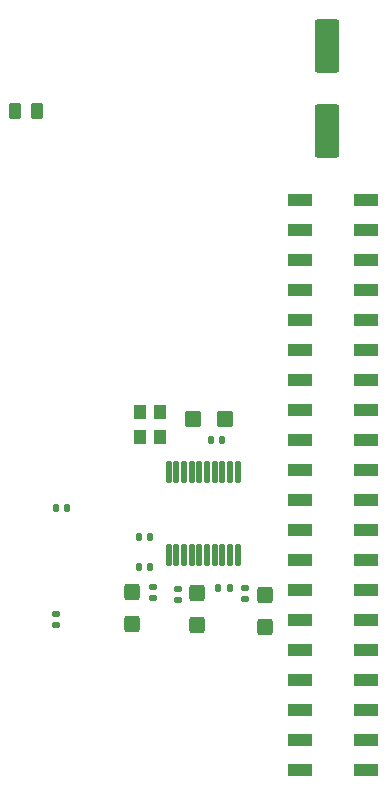
<source format=gtp>
G04 #@! TF.GenerationSoftware,KiCad,Pcbnew,8.0.4*
G04 #@! TF.CreationDate,2024-09-04T02:40:27-04:00*
G04 #@! TF.ProjectId,phone_pcb,70686f6e-655f-4706-9362-2e6b69636164,rev?*
G04 #@! TF.SameCoordinates,Original*
G04 #@! TF.FileFunction,Paste,Top*
G04 #@! TF.FilePolarity,Positive*
%FSLAX46Y46*%
G04 Gerber Fmt 4.6, Leading zero omitted, Abs format (unit mm)*
G04 Created by KiCad (PCBNEW 8.0.4) date 2024-09-04 02:40:27*
%MOMM*%
%LPD*%
G01*
G04 APERTURE LIST*
G04 Aperture macros list*
%AMRoundRect*
0 Rectangle with rounded corners*
0 $1 Rounding radius*
0 $2 $3 $4 $5 $6 $7 $8 $9 X,Y pos of 4 corners*
0 Add a 4 corners polygon primitive as box body*
4,1,4,$2,$3,$4,$5,$6,$7,$8,$9,$2,$3,0*
0 Add four circle primitives for the rounded corners*
1,1,$1+$1,$2,$3*
1,1,$1+$1,$4,$5*
1,1,$1+$1,$6,$7*
1,1,$1+$1,$8,$9*
0 Add four rect primitives between the rounded corners*
20,1,$1+$1,$2,$3,$4,$5,0*
20,1,$1+$1,$4,$5,$6,$7,0*
20,1,$1+$1,$6,$7,$8,$9,0*
20,1,$1+$1,$8,$9,$2,$3,0*%
G04 Aperture macros list end*
%ADD10R,2.000000X1.020000*%
%ADD11RoundRect,0.250001X0.799999X-1.999999X0.799999X1.999999X-0.799999X1.999999X-0.799999X-1.999999X0*%
%ADD12RoundRect,0.135000X0.135000X0.185000X-0.135000X0.185000X-0.135000X-0.185000X0.135000X-0.185000X0*%
%ADD13RoundRect,0.250000X-0.425000X0.450000X-0.425000X-0.450000X0.425000X-0.450000X0.425000X0.450000X0*%
%ADD14RoundRect,0.125000X0.125000X-0.825000X0.125000X0.825000X-0.125000X0.825000X-0.125000X-0.825000X0*%
%ADD15RoundRect,0.140000X0.170000X-0.140000X0.170000X0.140000X-0.170000X0.140000X-0.170000X-0.140000X0*%
%ADD16RoundRect,0.140000X-0.140000X-0.170000X0.140000X-0.170000X0.140000X0.170000X-0.140000X0.170000X0*%
%ADD17RoundRect,0.250000X-0.262500X-0.450000X0.262500X-0.450000X0.262500X0.450000X-0.262500X0.450000X0*%
%ADD18RoundRect,0.140000X0.140000X0.170000X-0.140000X0.170000X-0.140000X-0.170000X0.140000X-0.170000X0*%
%ADD19RoundRect,0.250000X-0.450000X-0.425000X0.450000X-0.425000X0.450000X0.425000X-0.450000X0.425000X0*%
%ADD20R,1.100000X1.300000*%
%ADD21RoundRect,0.140000X-0.170000X0.140000X-0.170000X-0.140000X0.170000X-0.140000X0.170000X0.140000X0*%
G04 APERTURE END LIST*
D10*
X86569598Y-115970278D03*
X80969598Y-115970278D03*
X86569598Y-113430278D03*
X80969598Y-113430278D03*
X86569598Y-110890278D03*
X80969598Y-110890278D03*
X86569598Y-108350278D03*
X80969598Y-108350278D03*
X86569598Y-105810278D03*
X80969598Y-105810278D03*
X86569598Y-103270278D03*
X80969598Y-103270278D03*
X86569598Y-100730278D03*
X80969598Y-100730278D03*
X86569598Y-98190278D03*
X80969598Y-98190278D03*
X86569598Y-95650278D03*
X80969598Y-95650278D03*
X86569598Y-93110278D03*
X80969598Y-93110278D03*
X86569598Y-90570278D03*
X80969598Y-90570278D03*
X86569598Y-88030278D03*
X80969598Y-88030278D03*
X86569598Y-85490278D03*
X80969598Y-85490278D03*
X86569598Y-82950278D03*
X80969598Y-82950278D03*
X86569598Y-80410278D03*
X80969598Y-80410278D03*
X86569598Y-77870278D03*
X80969598Y-77870278D03*
X86569598Y-75330278D03*
X80969598Y-75330278D03*
X86569598Y-72790278D03*
X80969598Y-72790278D03*
X86569598Y-70250278D03*
X80969598Y-70250278D03*
X86569598Y-67710278D03*
X80969598Y-67710278D03*
D11*
X83250000Y-54650000D03*
X83250000Y-61850000D03*
D12*
X73990000Y-100579688D03*
X75010000Y-100579688D03*
D13*
X78000000Y-103823689D03*
X78000000Y-101123689D03*
D14*
X69825000Y-97750000D03*
X70475000Y-97750000D03*
X71125000Y-97750000D03*
X71775000Y-97750000D03*
X72425000Y-97750000D03*
X73075000Y-97750000D03*
X73725000Y-97750000D03*
X74375000Y-97750000D03*
X75025000Y-97750000D03*
X75675000Y-97750000D03*
X75675000Y-90750000D03*
X75025000Y-90750000D03*
X74375000Y-90750000D03*
X73725000Y-90750000D03*
X73075000Y-90750000D03*
X72425000Y-90750000D03*
X71775000Y-90750000D03*
X71125000Y-90750000D03*
X70475000Y-90750000D03*
X69825000Y-90750000D03*
D15*
X70647548Y-100618550D03*
X70647548Y-101578550D03*
D16*
X67290000Y-98750000D03*
X68250000Y-98750000D03*
D15*
X68456477Y-101410143D03*
X68456477Y-100450143D03*
D17*
X56837500Y-60162500D03*
X58662500Y-60162500D03*
D18*
X74380000Y-88050000D03*
X73420000Y-88050000D03*
D19*
X71900000Y-86250000D03*
X74600000Y-86250000D03*
D16*
X67290000Y-96250000D03*
X68250000Y-96250000D03*
D13*
X66750000Y-100900000D03*
X66750000Y-103600000D03*
D20*
X67400000Y-85650000D03*
X67400000Y-87750000D03*
X69050000Y-87750000D03*
X69050000Y-85650000D03*
D18*
X61210000Y-93750000D03*
X60250000Y-93750000D03*
D15*
X76250000Y-100556371D03*
X76250000Y-101516371D03*
D21*
X60250000Y-102770000D03*
X60250000Y-103730000D03*
D13*
X72250000Y-100965189D03*
X72250000Y-103665189D03*
M02*

</source>
